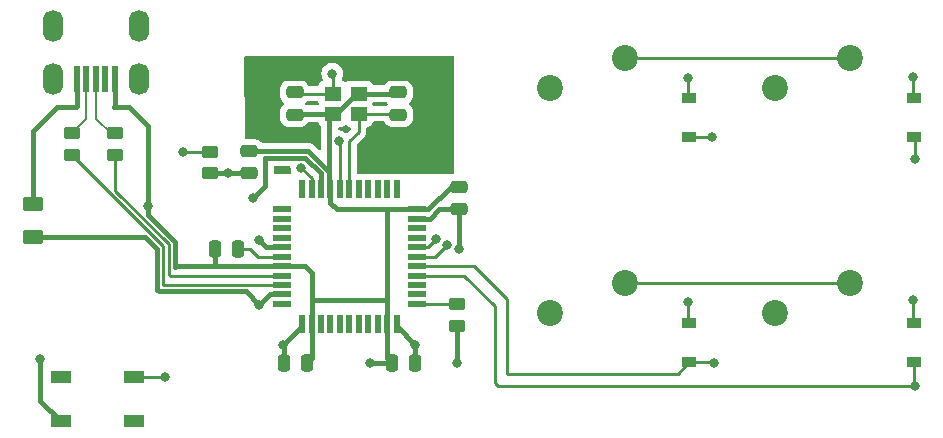
<source format=gbl>
G04 #@! TF.GenerationSoftware,KiCad,Pcbnew,(6.0.11)*
G04 #@! TF.CreationDate,2023-02-25T22:20:46-07:00*
G04 #@! TF.ProjectId,Stubborness,53747562-626f-4726-9e65-73732e6b6963,rev?*
G04 #@! TF.SameCoordinates,Original*
G04 #@! TF.FileFunction,Copper,L2,Bot*
G04 #@! TF.FilePolarity,Positive*
%FSLAX46Y46*%
G04 Gerber Fmt 4.6, Leading zero omitted, Abs format (unit mm)*
G04 Created by KiCad (PCBNEW (6.0.11)) date 2023-02-25 22:20:46*
%MOMM*%
%LPD*%
G01*
G04 APERTURE LIST*
G04 Aperture macros list*
%AMRoundRect*
0 Rectangle with rounded corners*
0 $1 Rounding radius*
0 $2 $3 $4 $5 $6 $7 $8 $9 X,Y pos of 4 corners*
0 Add a 4 corners polygon primitive as box body*
4,1,4,$2,$3,$4,$5,$6,$7,$8,$9,$2,$3,0*
0 Add four circle primitives for the rounded corners*
1,1,$1+$1,$2,$3*
1,1,$1+$1,$4,$5*
1,1,$1+$1,$6,$7*
1,1,$1+$1,$8,$9*
0 Add four rect primitives between the rounded corners*
20,1,$1+$1,$2,$3,$4,$5,0*
20,1,$1+$1,$4,$5,$6,$7,0*
20,1,$1+$1,$6,$7,$8,$9,0*
20,1,$1+$1,$8,$9,$2,$3,0*%
G04 Aperture macros list end*
G04 #@! TA.AperFunction,ComponentPad*
%ADD10C,2.200000*%
G04 #@! TD*
G04 #@! TA.AperFunction,SMDPad,CuDef*
%ADD11R,1.800000X1.100000*%
G04 #@! TD*
G04 #@! TA.AperFunction,SMDPad,CuDef*
%ADD12RoundRect,0.250000X-0.450000X0.262500X-0.450000X-0.262500X0.450000X-0.262500X0.450000X0.262500X0*%
G04 #@! TD*
G04 #@! TA.AperFunction,SMDPad,CuDef*
%ADD13RoundRect,0.250000X-0.475000X0.250000X-0.475000X-0.250000X0.475000X-0.250000X0.475000X0.250000X0*%
G04 #@! TD*
G04 #@! TA.AperFunction,SMDPad,CuDef*
%ADD14RoundRect,0.250000X0.475000X-0.250000X0.475000X0.250000X-0.475000X0.250000X-0.475000X-0.250000X0*%
G04 #@! TD*
G04 #@! TA.AperFunction,SMDPad,CuDef*
%ADD15R,0.500000X2.250000*%
G04 #@! TD*
G04 #@! TA.AperFunction,ComponentPad*
%ADD16O,1.700000X2.700000*%
G04 #@! TD*
G04 #@! TA.AperFunction,SMDPad,CuDef*
%ADD17RoundRect,0.250000X0.250000X0.475000X-0.250000X0.475000X-0.250000X-0.475000X0.250000X-0.475000X0*%
G04 #@! TD*
G04 #@! TA.AperFunction,SMDPad,CuDef*
%ADD18R,1.500000X0.550000*%
G04 #@! TD*
G04 #@! TA.AperFunction,SMDPad,CuDef*
%ADD19R,0.550000X1.500000*%
G04 #@! TD*
G04 #@! TA.AperFunction,SMDPad,CuDef*
%ADD20R,1.200000X0.900000*%
G04 #@! TD*
G04 #@! TA.AperFunction,SMDPad,CuDef*
%ADD21RoundRect,0.250000X-0.250000X-0.475000X0.250000X-0.475000X0.250000X0.475000X-0.250000X0.475000X0*%
G04 #@! TD*
G04 #@! TA.AperFunction,SMDPad,CuDef*
%ADD22R,1.400000X1.200000*%
G04 #@! TD*
G04 #@! TA.AperFunction,SMDPad,CuDef*
%ADD23RoundRect,0.250000X0.450000X-0.262500X0.450000X0.262500X-0.450000X0.262500X-0.450000X-0.262500X0*%
G04 #@! TD*
G04 #@! TA.AperFunction,SMDPad,CuDef*
%ADD24RoundRect,0.250000X-0.625000X0.375000X-0.625000X-0.375000X0.625000X-0.375000X0.625000X0.375000X0*%
G04 #@! TD*
G04 #@! TA.AperFunction,ViaPad*
%ADD25C,0.800000*%
G04 #@! TD*
G04 #@! TA.AperFunction,Conductor*
%ADD26C,0.381000*%
G04 #@! TD*
G04 #@! TA.AperFunction,Conductor*
%ADD27C,0.254000*%
G04 #@! TD*
G04 #@! TA.AperFunction,Conductor*
%ADD28C,0.200000*%
G04 #@! TD*
G04 APERTURE END LIST*
D10*
G04 #@! TO.P,MX4,1,COL*
G04 #@! TO.N,COL1*
X100965000Y-148907500D03*
G04 #@! TO.P,MX4,2,ROW*
G04 #@! TO.N,Net-(D4-Pad2)*
X94615000Y-151447500D03*
G04 #@! TD*
G04 #@! TO.P,MX3,1,COL*
G04 #@! TO.N,COL1*
X81915000Y-148907500D03*
G04 #@! TO.P,MX3,2,ROW*
G04 #@! TO.N,Net-(D3-Pad2)*
X75565000Y-151447500D03*
G04 #@! TD*
G04 #@! TO.P,MX1,1,COL*
G04 #@! TO.N,COL0*
X81915000Y-129857500D03*
G04 #@! TO.P,MX1,2,ROW*
G04 #@! TO.N,Net-(D1-Pad2)*
X75565000Y-132397500D03*
G04 #@! TD*
G04 #@! TO.P,MX2,1,COL*
G04 #@! TO.N,COL0*
X100965000Y-129857500D03*
G04 #@! TO.P,MX2,2,ROW*
G04 #@! TO.N,Net-(D2-Pad2)*
X94615000Y-132397500D03*
G04 #@! TD*
D11*
G04 #@! TO.P,SW1,1,1*
G04 #@! TO.N,GND*
X34111000Y-160600000D03*
G04 #@! TO.P,SW1,2,2*
G04 #@! TO.N,Net-(R3-Pad2)*
X40311000Y-156900000D03*
G04 #@! TO.P,SW1,3*
G04 #@! TO.N,N/C*
X34111000Y-156900000D03*
G04 #@! TO.P,SW1,4*
X40311000Y-160600000D03*
G04 #@! TD*
D12*
G04 #@! TO.P,R1,1*
G04 #@! TO.N,D-*
X35052000Y-136247500D03*
G04 #@! TO.P,R1,2*
G04 #@! TO.N,Net-(R1-Pad2)*
X35052000Y-138072500D03*
G04 #@! TD*
D13*
G04 #@! TO.P,C3,1*
G04 #@! TO.N,GND*
X62682500Y-132781000D03*
G04 #@! TO.P,C3,2*
G04 #@! TO.N,Net-(C3-Pad2)*
X62682500Y-134681000D03*
G04 #@! TD*
D14*
G04 #@! TO.P,C4,1*
G04 #@! TO.N,GND*
X53919500Y-134681000D03*
G04 #@! TO.P,C4,2*
G04 #@! TO.N,Net-(C4-Pad2)*
X53919500Y-132781000D03*
G04 #@! TD*
D15*
G04 #@! TO.P,USB1,1,GND*
G04 #@! TO.N,GND*
X38684000Y-131627000D03*
G04 #@! TO.P,USB1,2,ID*
G04 #@! TO.N,unconnected-(USB1-Pad2)*
X37884000Y-131627000D03*
G04 #@! TO.P,USB1,3,D+*
G04 #@! TO.N,D+*
X37084000Y-131627000D03*
G04 #@! TO.P,USB1,4,D-*
G04 #@! TO.N,D-*
X36284000Y-131627000D03*
G04 #@! TO.P,USB1,5,VBUS*
G04 #@! TO.N,VCC*
X35484000Y-131627000D03*
D16*
G04 #@! TO.P,USB1,6,SHIELD*
G04 #@! TO.N,unconnected-(USB1-Pad6)*
X40734000Y-131627000D03*
X33434000Y-127127000D03*
X40734000Y-127127000D03*
X33434000Y-131627000D03*
G04 #@! TD*
D17*
G04 #@! TO.P,C6,1*
G04 #@! TO.N,Net-(C6-Pad1)*
X49083000Y-146050000D03*
G04 #@! TO.P,C6,2*
G04 #@! TO.N,GND*
X47183000Y-146050000D03*
G04 #@! TD*
D12*
G04 #@! TO.P,R2,1*
G04 #@! TO.N,D+*
X38735000Y-136247500D03*
G04 #@! TO.P,R2,2*
G04 #@! TO.N,Net-(R2-Pad2)*
X38735000Y-138072500D03*
G04 #@! TD*
D18*
G04 #@! TO.P,U1,1,PE6*
G04 #@! TO.N,unconnected-(U1-Pad1)*
X52847000Y-150685000D03*
G04 #@! TO.P,U1,2,UVCC*
G04 #@! TO.N,+5V*
X52847000Y-149885000D03*
G04 #@! TO.P,U1,3,D-*
G04 #@! TO.N,Net-(R1-Pad2)*
X52847000Y-149085000D03*
G04 #@! TO.P,U1,4,D+*
G04 #@! TO.N,Net-(R2-Pad2)*
X52847000Y-148285000D03*
G04 #@! TO.P,U1,5,UGND*
G04 #@! TO.N,GND*
X52847000Y-147485000D03*
G04 #@! TO.P,U1,6,UCAP*
G04 #@! TO.N,Net-(C6-Pad1)*
X52847000Y-146685000D03*
G04 #@! TO.P,U1,7,VBUS*
G04 #@! TO.N,+5V*
X52847000Y-145885000D03*
G04 #@! TO.P,U1,8,PB0*
G04 #@! TO.N,unconnected-(U1-Pad8)*
X52847000Y-145085000D03*
G04 #@! TO.P,U1,9,PB1*
G04 #@! TO.N,unconnected-(U1-Pad9)*
X52847000Y-144285000D03*
G04 #@! TO.P,U1,10,PB2*
G04 #@! TO.N,unconnected-(U1-Pad10)*
X52847000Y-143485000D03*
G04 #@! TO.P,U1,11,PB3*
G04 #@! TO.N,unconnected-(U1-Pad11)*
X52847000Y-142685000D03*
D19*
G04 #@! TO.P,U1,12,PB7*
G04 #@! TO.N,unconnected-(U1-Pad12)*
X54547000Y-140985000D03*
G04 #@! TO.P,U1,13,~{RESET}*
G04 #@! TO.N,Net-(R3-Pad2)*
X55347000Y-140985000D03*
G04 #@! TO.P,U1,14,VCC*
G04 #@! TO.N,+5V*
X56147000Y-140985000D03*
G04 #@! TO.P,U1,15,GND*
G04 #@! TO.N,GND*
X56947000Y-140985000D03*
G04 #@! TO.P,U1,16,XTAL2*
G04 #@! TO.N,Net-(C4-Pad2)*
X57747000Y-140985000D03*
G04 #@! TO.P,U1,17,XTAL1*
G04 #@! TO.N,Net-(C3-Pad2)*
X58547000Y-140985000D03*
G04 #@! TO.P,U1,18,PD0*
G04 #@! TO.N,unconnected-(U1-Pad18)*
X59347000Y-140985000D03*
G04 #@! TO.P,U1,19,PD1*
G04 #@! TO.N,unconnected-(U1-Pad19)*
X60147000Y-140985000D03*
G04 #@! TO.P,U1,20,PD2*
G04 #@! TO.N,unconnected-(U1-Pad20)*
X60947000Y-140985000D03*
G04 #@! TO.P,U1,21,PD3*
G04 #@! TO.N,unconnected-(U1-Pad21)*
X61747000Y-140985000D03*
G04 #@! TO.P,U1,22,PD5*
G04 #@! TO.N,unconnected-(U1-Pad22)*
X62547000Y-140985000D03*
D18*
G04 #@! TO.P,U1,23,GND*
G04 #@! TO.N,GND*
X64247000Y-142685000D03*
G04 #@! TO.P,U1,24,AVCC*
G04 #@! TO.N,+5V*
X64247000Y-143485000D03*
G04 #@! TO.P,U1,25,PD4*
G04 #@! TO.N,unconnected-(U1-Pad25)*
X64247000Y-144285000D03*
G04 #@! TO.P,U1,26,PD6*
G04 #@! TO.N,unconnected-(U1-Pad26)*
X64247000Y-145085000D03*
G04 #@! TO.P,U1,27,PD7*
G04 #@! TO.N,COL0*
X64247000Y-145885000D03*
G04 #@! TO.P,U1,28,PB4*
G04 #@! TO.N,COL1*
X64247000Y-146685000D03*
G04 #@! TO.P,U1,29,PB5*
G04 #@! TO.N,ROW0*
X64247000Y-147485000D03*
G04 #@! TO.P,U1,30,PB6*
G04 #@! TO.N,ROW1*
X64247000Y-148285000D03*
G04 #@! TO.P,U1,31,PC6*
G04 #@! TO.N,unconnected-(U1-Pad31)*
X64247000Y-149085000D03*
G04 #@! TO.P,U1,32,PC7*
G04 #@! TO.N,unconnected-(U1-Pad32)*
X64247000Y-149885000D03*
G04 #@! TO.P,U1,33,~{HWB}/PE2*
G04 #@! TO.N,Net-(R4-Pad1)*
X64247000Y-150685000D03*
D19*
G04 #@! TO.P,U1,34,VCC*
G04 #@! TO.N,+5V*
X62547000Y-152385000D03*
G04 #@! TO.P,U1,35,GND*
G04 #@! TO.N,GND*
X61747000Y-152385000D03*
G04 #@! TO.P,U1,36,PF7*
G04 #@! TO.N,unconnected-(U1-Pad36)*
X60947000Y-152385000D03*
G04 #@! TO.P,U1,37,PF6*
G04 #@! TO.N,unconnected-(U1-Pad37)*
X60147000Y-152385000D03*
G04 #@! TO.P,U1,38,PF5*
G04 #@! TO.N,unconnected-(U1-Pad38)*
X59347000Y-152385000D03*
G04 #@! TO.P,U1,39,PF4*
G04 #@! TO.N,unconnected-(U1-Pad39)*
X58547000Y-152385000D03*
G04 #@! TO.P,U1,40,PF1*
G04 #@! TO.N,unconnected-(U1-Pad40)*
X57747000Y-152385000D03*
G04 #@! TO.P,U1,41,PF0*
G04 #@! TO.N,unconnected-(U1-Pad41)*
X56947000Y-152385000D03*
G04 #@! TO.P,U1,42,AREF*
G04 #@! TO.N,unconnected-(U1-Pad42)*
X56147000Y-152385000D03*
G04 #@! TO.P,U1,43,GND*
G04 #@! TO.N,GND*
X55347000Y-152385000D03*
G04 #@! TO.P,U1,44,AVCC*
G04 #@! TO.N,+5V*
X54547000Y-152385000D03*
G04 #@! TD*
D14*
G04 #@! TO.P,C1,1*
G04 #@! TO.N,+5V*
X50038000Y-139634000D03*
G04 #@! TO.P,C1,2*
G04 #@! TO.N,GND*
X50038000Y-137734000D03*
G04 #@! TD*
D20*
G04 #@! TO.P,D3,1,K*
G04 #@! TO.N,ROW0*
X87312500Y-155637500D03*
G04 #@! TO.P,D3,2,A*
G04 #@! TO.N,Net-(D3-Pad2)*
X87312500Y-152337500D03*
G04 #@! TD*
G04 #@! TO.P,D2,1,K*
G04 #@! TO.N,ROW1*
X106362500Y-136587500D03*
G04 #@! TO.P,D2,2,A*
G04 #@! TO.N,Net-(D2-Pad2)*
X106362500Y-133287500D03*
G04 #@! TD*
D21*
G04 #@! TO.P,C7,1*
G04 #@! TO.N,+5V*
X53025000Y-155702000D03*
G04 #@! TO.P,C7,2*
G04 #@! TO.N,GND*
X54925000Y-155702000D03*
G04 #@! TD*
D12*
G04 #@! TO.P,R4,1*
G04 #@! TO.N,Net-(R4-Pad1)*
X67691000Y-150725500D03*
G04 #@! TO.P,R4,2*
G04 #@! TO.N,GND*
X67691000Y-152550500D03*
G04 #@! TD*
D22*
G04 #@! TO.P,Y1,1,1*
G04 #@! TO.N,Net-(C3-Pad2)*
X59337500Y-134581000D03*
G04 #@! TO.P,Y1,2,2*
G04 #@! TO.N,GND*
X57137500Y-134581000D03*
G04 #@! TO.P,Y1,3,3*
G04 #@! TO.N,Net-(C4-Pad2)*
X57137500Y-132881000D03*
G04 #@! TO.P,Y1,4,4*
G04 #@! TO.N,GND*
X59337500Y-132881000D03*
G04 #@! TD*
D23*
G04 #@! TO.P,R3,1*
G04 #@! TO.N,+5V*
X46736000Y-139620000D03*
G04 #@! TO.P,R3,2*
G04 #@! TO.N,Net-(R3-Pad2)*
X46736000Y-137795000D03*
G04 #@! TD*
D17*
G04 #@! TO.P,C5,1*
G04 #@! TO.N,+5V*
X64069000Y-155702000D03*
G04 #@! TO.P,C5,2*
G04 #@! TO.N,GND*
X62169000Y-155702000D03*
G04 #@! TD*
D20*
G04 #@! TO.P,D4,1,K*
G04 #@! TO.N,ROW1*
X106362500Y-155637500D03*
G04 #@! TO.P,D4,2,A*
G04 #@! TO.N,Net-(D4-Pad2)*
X106362500Y-152337500D03*
G04 #@! TD*
D14*
G04 #@! TO.P,C2,1*
G04 #@! TO.N,+5V*
X67818000Y-142682000D03*
G04 #@! TO.P,C2,2*
G04 #@! TO.N,GND*
X67818000Y-140782000D03*
G04 #@! TD*
D20*
G04 #@! TO.P,D1,1,K*
G04 #@! TO.N,ROW0*
X87312500Y-136587500D03*
G04 #@! TO.P,D1,2,A*
G04 #@! TO.N,Net-(D1-Pad2)*
X87312500Y-133287500D03*
G04 #@! TD*
D24*
G04 #@! TO.P,F1,1*
G04 #@! TO.N,VCC*
X31750000Y-142237000D03*
G04 #@! TO.P,F1,2*
G04 #@! TO.N,+5V*
X31750000Y-145037000D03*
G04 #@! TD*
D25*
G04 #@! TO.N,+5V*
X50927000Y-145288000D03*
X50419000Y-141732000D03*
X48307000Y-139620000D03*
X50927000Y-150749000D03*
X52959000Y-154178000D03*
X67818000Y-146050000D03*
X64135000Y-154178000D03*
G04 #@! TO.N,GND*
X60325000Y-155702000D03*
X67691000Y-155702000D03*
X32385000Y-155321000D03*
X41529000Y-142367000D03*
G04 #@! TO.N,Net-(C4-Pad2)*
X57658000Y-136906000D03*
X57094500Y-131191000D03*
G04 #@! TO.N,ROW0*
X89408000Y-155702000D03*
X89281000Y-136525000D03*
G04 #@! TO.N,Net-(D1-Pad2)*
X87249000Y-131572000D03*
G04 #@! TO.N,ROW1*
X106426000Y-157607000D03*
X106426000Y-138430000D03*
G04 #@! TO.N,Net-(D2-Pad2)*
X106299000Y-131445000D03*
G04 #@! TO.N,Net-(D3-Pad2)*
X87249000Y-150495000D03*
G04 #@! TO.N,Net-(D4-Pad2)*
X106299000Y-150368000D03*
G04 #@! TO.N,COL0*
X65913000Y-145161000D03*
G04 #@! TO.N,COL1*
X66802000Y-145669000D03*
G04 #@! TO.N,Net-(R3-Pad2)*
X44450000Y-137795000D03*
X42926000Y-156845000D03*
X54483000Y-139192000D03*
G04 #@! TD*
D26*
G04 #@! TO.N,+5V*
X64135000Y-154178000D02*
X64135000Y-155636000D01*
X51435000Y-140716000D02*
X50419000Y-141732000D01*
X51435000Y-138315000D02*
X51435000Y-140716000D01*
X64247000Y-143485000D02*
X65378000Y-143485000D01*
X51524000Y-145885000D02*
X50927000Y-145288000D01*
X42281500Y-149469500D02*
X42427500Y-149615500D01*
X50024000Y-139620000D02*
X50038000Y-139634000D01*
X62547000Y-152590000D02*
X64135000Y-154178000D01*
X51791000Y-149885000D02*
X50927000Y-150749000D01*
X52847000Y-149885000D02*
X51791000Y-149885000D01*
X49784000Y-149606000D02*
X50927000Y-150749000D01*
X66181000Y-142682000D02*
X67818000Y-142682000D01*
X31750000Y-145037000D02*
X41278000Y-145037000D01*
X42427500Y-149615500D02*
X49520500Y-149615500D01*
X53025000Y-154244000D02*
X52959000Y-154178000D01*
X56134000Y-140970000D02*
X56134000Y-139632658D01*
X54547000Y-152590000D02*
X52959000Y-154178000D01*
X42281500Y-146040500D02*
X42281500Y-149469500D01*
X56147000Y-140983000D02*
X56134000Y-140970000D01*
X67818000Y-146050000D02*
X67818000Y-142682000D01*
X41278000Y-145037000D02*
X42281500Y-146040500D01*
X56134000Y-139632658D02*
X54816342Y-138315000D01*
X52847000Y-145885000D02*
X51524000Y-145885000D01*
X62547000Y-152385000D02*
X62547000Y-152590000D01*
X53025000Y-155702000D02*
X53025000Y-154244000D01*
X54547000Y-152385000D02*
X54547000Y-152590000D01*
X56147000Y-140985000D02*
X56147000Y-140983000D01*
X49530000Y-149606000D02*
X49784000Y-149606000D01*
X49520500Y-149615500D02*
X49530000Y-149606000D01*
X46736000Y-139620000D02*
X50024000Y-139620000D01*
X64135000Y-155636000D02*
X64069000Y-155702000D01*
X65378000Y-143485000D02*
X66181000Y-142682000D01*
X54816342Y-138315000D02*
X51435000Y-138315000D01*
G04 #@! TO.N,GND*
X61747000Y-150343000D02*
X61747000Y-142723000D01*
X61785000Y-142685000D02*
X64247000Y-142685000D01*
X61747000Y-152385000D02*
X61747000Y-150343000D01*
X43904000Y-147485000D02*
X47333000Y-147485000D01*
X32385000Y-158874000D02*
X32385000Y-158750000D01*
X41529000Y-142367000D02*
X41529000Y-143152091D01*
X67691000Y-152550500D02*
X67691000Y-155702000D01*
X57516000Y-142685000D02*
X61785000Y-142685000D01*
X55347000Y-148057000D02*
X54775000Y-147485000D01*
X59087500Y-132881000D02*
X57387500Y-134581000D01*
X61747000Y-142723000D02*
X61785000Y-142685000D01*
X54775000Y-147485000D02*
X52847000Y-147485000D01*
X34111000Y-160600000D02*
X32385000Y-158874000D01*
X38608000Y-133985000D02*
X39878000Y-133985000D01*
X54925000Y-155702000D02*
X55347000Y-155280000D01*
X47183000Y-147335000D02*
X47333000Y-147485000D01*
X43815000Y-147574000D02*
X43904000Y-147485000D01*
X55057000Y-137734000D02*
X56867500Y-139544500D01*
X57137500Y-134581000D02*
X56867500Y-134851000D01*
X56867500Y-139544500D02*
X56867500Y-140905500D01*
X47333000Y-147485000D02*
X52847000Y-147485000D01*
X56947000Y-140985000D02*
X56947000Y-142116000D01*
X55347000Y-150343000D02*
X61747000Y-150343000D01*
X41529000Y-143152091D02*
X43815000Y-145438091D01*
X38684000Y-131627000D02*
X38684000Y-133909000D01*
X38684000Y-133909000D02*
X38608000Y-133985000D01*
X50038000Y-137734000D02*
X55057000Y-137734000D01*
X39878000Y-133985000D02*
X41529000Y-135636000D01*
X32385000Y-158750000D02*
X32385000Y-155321000D01*
X47183000Y-146050000D02*
X47183000Y-147335000D01*
X55347000Y-152385000D02*
X55347000Y-150343000D01*
X59337500Y-132881000D02*
X62582500Y-132881000D01*
X55347000Y-155280000D02*
X55347000Y-152385000D01*
X61747000Y-152385000D02*
X61747000Y-155280000D01*
X59337500Y-132881000D02*
X59087500Y-132881000D01*
X55347000Y-150343000D02*
X55347000Y-148057000D01*
X61747000Y-155280000D02*
X62169000Y-155702000D01*
X67117000Y-140782000D02*
X65214000Y-142685000D01*
X41529000Y-135636000D02*
X41529000Y-142367000D01*
X57137500Y-134581000D02*
X54019500Y-134581000D01*
X56947000Y-142116000D02*
X57516000Y-142685000D01*
X60325000Y-155702000D02*
X62169000Y-155702000D01*
X67818000Y-140782000D02*
X67117000Y-140782000D01*
X43815000Y-145438091D02*
X43815000Y-147574000D01*
X56867500Y-140905500D02*
X56947000Y-140985000D01*
X57387500Y-134581000D02*
X57137500Y-134581000D01*
X62582500Y-132881000D02*
X62682500Y-132781000D01*
X56867500Y-134851000D02*
X56867500Y-139544500D01*
X54019500Y-134581000D02*
X53919500Y-134681000D01*
X65214000Y-142685000D02*
X64247000Y-142685000D01*
D27*
G04 #@! TO.N,Net-(C3-Pad2)*
X58547000Y-136906000D02*
X59337500Y-136115500D01*
X58547000Y-140985000D02*
X58547000Y-136906000D01*
X59337500Y-136115500D02*
X59337500Y-134581000D01*
X62682500Y-134681000D02*
X62582500Y-134581000D01*
X62582500Y-134581000D02*
X59337500Y-134581000D01*
G04 #@! TO.N,Net-(C4-Pad2)*
X57137500Y-131234000D02*
X57094500Y-131191000D01*
X54019500Y-132881000D02*
X57137500Y-132881000D01*
X57747000Y-140985000D02*
X57747000Y-136995000D01*
X57747000Y-136995000D02*
X57658000Y-136906000D01*
X57137500Y-132881000D02*
X57137500Y-131234000D01*
X53919500Y-132781000D02*
X54019500Y-132881000D01*
G04 #@! TO.N,Net-(C6-Pad1)*
X50800000Y-146685000D02*
X52847000Y-146685000D01*
X50165000Y-146050000D02*
X50800000Y-146685000D01*
X49083000Y-146050000D02*
X50165000Y-146050000D01*
G04 #@! TO.N,ROW0*
X86359000Y-156591000D02*
X87312500Y-155637500D01*
X89343500Y-155637500D02*
X89408000Y-155702000D01*
X87375000Y-136525000D02*
X87312500Y-136587500D01*
X71882000Y-156591000D02*
X86359000Y-156591000D01*
X64247000Y-147485000D02*
X69126000Y-147485000D01*
X89281000Y-136525000D02*
X87375000Y-136525000D01*
X71882000Y-150241000D02*
X71882000Y-156591000D01*
X87312500Y-155637500D02*
X89343500Y-155637500D01*
X69126000Y-147485000D02*
X71882000Y-150241000D01*
G04 #@! TO.N,Net-(D1-Pad2)*
X87249000Y-131572000D02*
X87249000Y-133224000D01*
X87249000Y-133224000D02*
X87312500Y-133287500D01*
G04 #@! TO.N,ROW1*
X68275000Y-148285000D02*
X70866000Y-150876000D01*
X64247000Y-148285000D02*
X68275000Y-148285000D01*
X70866000Y-150876000D02*
X70866000Y-157353000D01*
X71120000Y-157607000D02*
X106426000Y-157607000D01*
X106426000Y-138430000D02*
X106426000Y-136651000D01*
X106362500Y-157543500D02*
X106426000Y-157607000D01*
X70866000Y-157353000D02*
X71120000Y-157607000D01*
X106426000Y-136651000D02*
X106362500Y-136587500D01*
X106362500Y-155637500D02*
X106362500Y-157543500D01*
G04 #@! TO.N,Net-(D2-Pad2)*
X106299000Y-133224000D02*
X106362500Y-133287500D01*
X106299000Y-131445000D02*
X106299000Y-133224000D01*
G04 #@! TO.N,Net-(D3-Pad2)*
X87249000Y-152274000D02*
X87312500Y-152337500D01*
X87249000Y-150495000D02*
X87249000Y-152274000D01*
G04 #@! TO.N,Net-(D4-Pad2)*
X106299000Y-152274000D02*
X106362500Y-152337500D01*
X106299000Y-150368000D02*
X106299000Y-152274000D01*
D26*
G04 #@! TO.N,VCC*
X35484000Y-133934000D02*
X35433000Y-133985000D01*
X31750000Y-136017000D02*
X31750000Y-142237000D01*
X33782000Y-133985000D02*
X31750000Y-136017000D01*
X35484000Y-131627000D02*
X35484000Y-133934000D01*
X35433000Y-133985000D02*
X33782000Y-133985000D01*
D27*
G04 #@! TO.N,COL0*
X65189000Y-145885000D02*
X65913000Y-145161000D01*
X81915000Y-129857500D02*
X100965000Y-129857500D01*
X64247000Y-145885000D02*
X65189000Y-145885000D01*
G04 #@! TO.N,COL1*
X65786000Y-146685000D02*
X66802000Y-145669000D01*
X64247000Y-146685000D02*
X65786000Y-146685000D01*
X81915000Y-148907500D02*
X100965000Y-148907500D01*
D28*
G04 #@! TO.N,D-*
X36284000Y-135015500D02*
X35052000Y-136247500D01*
X36284000Y-131627000D02*
X36284000Y-135015500D01*
D27*
G04 #@! TO.N,Net-(R1-Pad2)*
X42812000Y-149085000D02*
X52847000Y-149085000D01*
X35075500Y-138072500D02*
X42799000Y-145796000D01*
X35052000Y-138072500D02*
X35075500Y-138072500D01*
X42799000Y-145796000D02*
X42799000Y-149098000D01*
X42799000Y-149098000D02*
X42812000Y-149085000D01*
D28*
G04 #@! TO.N,D+*
X38330500Y-136247500D02*
X38735000Y-136247500D01*
X37084000Y-135001000D02*
X38330500Y-136247500D01*
X37084000Y-131627000D02*
X37084000Y-135001000D01*
D27*
G04 #@! TO.N,Net-(R2-Pad2)*
X38735000Y-141089948D02*
X43253000Y-145607947D01*
X43253000Y-145607947D02*
X43253000Y-148155000D01*
X43383000Y-148285000D02*
X52847000Y-148285000D01*
X38735000Y-138072500D02*
X38735000Y-141089948D01*
X43253000Y-148155000D02*
X43383000Y-148285000D01*
G04 #@! TO.N,Net-(R3-Pad2)*
X55347000Y-140985000D02*
X55347000Y-140056000D01*
X55347000Y-140056000D02*
X54483000Y-139192000D01*
X46736000Y-137795000D02*
X44450000Y-137795000D01*
X42926000Y-156845000D02*
X42871000Y-156900000D01*
X42871000Y-156900000D02*
X40311000Y-156900000D01*
G04 #@! TO.N,Net-(R4-Pad1)*
X67650500Y-150685000D02*
X64247000Y-150685000D01*
X67691000Y-150725500D02*
X67650500Y-150685000D01*
G04 #@! TD*
G04 #@! TA.AperFunction,NonConductor*
G36*
X55888501Y-133536502D02*
G01*
X55934994Y-133590158D01*
X55938362Y-133598271D01*
X55971539Y-133686771D01*
X55976722Y-133757578D01*
X55971539Y-133775229D01*
X55962167Y-133800229D01*
X55919526Y-133856994D01*
X55852964Y-133881694D01*
X55844185Y-133882000D01*
X54970323Y-133882000D01*
X54902202Y-133861998D01*
X54881307Y-133845175D01*
X54872984Y-133836867D01*
X54872983Y-133836866D01*
X54867803Y-133831695D01*
X54863584Y-133829094D01*
X54823083Y-133771970D01*
X54819851Y-133701047D01*
X54855476Y-133639635D01*
X54863030Y-133633078D01*
X54868848Y-133629478D01*
X54874021Y-133624296D01*
X54874026Y-133624292D01*
X54944711Y-133553483D01*
X55006993Y-133519403D01*
X55033884Y-133516500D01*
X55820380Y-133516500D01*
X55888501Y-133536502D01*
G37*
G04 #@! TD.AperFunction*
G04 #@! TA.AperFunction,NonConductor*
G36*
X61699798Y-133600002D02*
G01*
X61720693Y-133616825D01*
X61734197Y-133630305D01*
X61738416Y-133632906D01*
X61778917Y-133690030D01*
X61782149Y-133760953D01*
X61746524Y-133822365D01*
X61738970Y-133828922D01*
X61733152Y-133832522D01*
X61727979Y-133837704D01*
X61727974Y-133837708D01*
X61657289Y-133908517D01*
X61595007Y-133942597D01*
X61568116Y-133945500D01*
X60654620Y-133945500D01*
X60586499Y-133925498D01*
X60540006Y-133871842D01*
X60536638Y-133863729D01*
X60503461Y-133775229D01*
X60498278Y-133704422D01*
X60503461Y-133686771D01*
X60512833Y-133661771D01*
X60555474Y-133605006D01*
X60622036Y-133580306D01*
X60630815Y-133580000D01*
X61631677Y-133580000D01*
X61699798Y-133600002D01*
G37*
G04 #@! TD.AperFunction*
G04 #@! TA.AperFunction,NonConductor*
G36*
X58297824Y-135563565D02*
G01*
X58313065Y-135573360D01*
X58383608Y-135626229D01*
X58390795Y-135631615D01*
X58527184Y-135682745D01*
X58557224Y-135686008D01*
X58576338Y-135688085D01*
X58641900Y-135715327D01*
X58682325Y-135773691D01*
X58684780Y-135844645D01*
X58651824Y-135902444D01*
X58378871Y-136175396D01*
X58316559Y-136209421D01*
X58245743Y-136204356D01*
X58215715Y-136188236D01*
X58120094Y-136118763D01*
X58120093Y-136118762D01*
X58114752Y-136114882D01*
X58108724Y-136112198D01*
X58108722Y-136112197D01*
X57946319Y-136039891D01*
X57946318Y-136039891D01*
X57940288Y-136037206D01*
X57846887Y-136017353D01*
X57759944Y-135998872D01*
X57759939Y-135998872D01*
X57753487Y-135997500D01*
X57692500Y-135997500D01*
X57624379Y-135977498D01*
X57577886Y-135923842D01*
X57566500Y-135871500D01*
X57566500Y-135815500D01*
X57586502Y-135747379D01*
X57640158Y-135700886D01*
X57692500Y-135689500D01*
X57885634Y-135689500D01*
X57947816Y-135682745D01*
X58084205Y-135631615D01*
X58091392Y-135626229D01*
X58161935Y-135573360D01*
X58228442Y-135548512D01*
X58297824Y-135563565D01*
G37*
G04 #@! TD.AperFunction*
G04 #@! TA.AperFunction,NonConductor*
G36*
X67379121Y-129687002D02*
G01*
X67425614Y-129740658D01*
X67437000Y-129793000D01*
X67437000Y-139574000D01*
X67416998Y-139642121D01*
X67363342Y-139688614D01*
X67311000Y-139700000D01*
X59308500Y-139700000D01*
X59240379Y-139679998D01*
X59193886Y-139626342D01*
X59182500Y-139574000D01*
X59182500Y-137221423D01*
X59202502Y-137153302D01*
X59219405Y-137132327D01*
X59461867Y-136889866D01*
X59730988Y-136620745D01*
X59739307Y-136613175D01*
X59745803Y-136609053D01*
X59792586Y-136559234D01*
X59795340Y-136556393D01*
X59815139Y-136536594D01*
X59817563Y-136533469D01*
X59817571Y-136533460D01*
X59817637Y-136533374D01*
X59825345Y-136524349D01*
X59850290Y-136497785D01*
X59855717Y-136492006D01*
X59865523Y-136474169D01*
X59876373Y-136457653D01*
X59888850Y-136441567D01*
X59906476Y-136400834D01*
X59911693Y-136390186D01*
X59929249Y-136358251D01*
X59933069Y-136351303D01*
X59935040Y-136343628D01*
X59935042Y-136343622D01*
X59938131Y-136331589D01*
X59944534Y-136312887D01*
X59952617Y-136294208D01*
X59959560Y-136250373D01*
X59961967Y-136238751D01*
X59964950Y-136227134D01*
X59973000Y-136195782D01*
X59973000Y-136175435D01*
X59974551Y-136155724D01*
X59976495Y-136143450D01*
X59977735Y-136135621D01*
X59973559Y-136091444D01*
X59973000Y-136079586D01*
X59973000Y-135814776D01*
X59993002Y-135746655D01*
X60046658Y-135700162D01*
X60085748Y-135690553D01*
X60085634Y-135689500D01*
X60147816Y-135682745D01*
X60284205Y-135631615D01*
X60400761Y-135544261D01*
X60488115Y-135427705D01*
X60494946Y-135409483D01*
X60536638Y-135298271D01*
X60579279Y-135241506D01*
X60645841Y-135216806D01*
X60654620Y-135216500D01*
X61421957Y-135216500D01*
X61490078Y-135236502D01*
X61529100Y-135276196D01*
X61609022Y-135405348D01*
X61734197Y-135530305D01*
X61740427Y-135534145D01*
X61740428Y-135534146D01*
X61877590Y-135618694D01*
X61884762Y-135623115D01*
X61910389Y-135631615D01*
X62046111Y-135676632D01*
X62046113Y-135676632D01*
X62052639Y-135678797D01*
X62059475Y-135679497D01*
X62059478Y-135679498D01*
X62102531Y-135683909D01*
X62157100Y-135689500D01*
X63207900Y-135689500D01*
X63211146Y-135689163D01*
X63211150Y-135689163D01*
X63306808Y-135679238D01*
X63306812Y-135679237D01*
X63313666Y-135678526D01*
X63320202Y-135676345D01*
X63320204Y-135676345D01*
X63470419Y-135626229D01*
X63481446Y-135622550D01*
X63631848Y-135529478D01*
X63756805Y-135404303D01*
X63796514Y-135339883D01*
X63845775Y-135259968D01*
X63845776Y-135259966D01*
X63849615Y-135253738D01*
X63905297Y-135085861D01*
X63916000Y-134981400D01*
X63916000Y-134380600D01*
X63905026Y-134274834D01*
X63849050Y-134107054D01*
X63755978Y-133956652D01*
X63741899Y-133942597D01*
X63656146Y-133856994D01*
X63630803Y-133831695D01*
X63626584Y-133829094D01*
X63586083Y-133771970D01*
X63582851Y-133701047D01*
X63618476Y-133639635D01*
X63626030Y-133633078D01*
X63631848Y-133629478D01*
X63756805Y-133504303D01*
X63849615Y-133353738D01*
X63905297Y-133185861D01*
X63916000Y-133081400D01*
X63916000Y-132480600D01*
X63905026Y-132374834D01*
X63849050Y-132207054D01*
X63755978Y-132056652D01*
X63630803Y-131931695D01*
X63624572Y-131927854D01*
X63486468Y-131842725D01*
X63486466Y-131842724D01*
X63480238Y-131838885D01*
X63400495Y-131812436D01*
X63318889Y-131785368D01*
X63318887Y-131785368D01*
X63312361Y-131783203D01*
X63305525Y-131782503D01*
X63305522Y-131782502D01*
X63262469Y-131778091D01*
X63207900Y-131772500D01*
X62157100Y-131772500D01*
X62153854Y-131772837D01*
X62153850Y-131772837D01*
X62058192Y-131782762D01*
X62058188Y-131782763D01*
X62051334Y-131783474D01*
X62044798Y-131785655D01*
X62044796Y-131785655D01*
X61920179Y-131827231D01*
X61883554Y-131839450D01*
X61733152Y-131932522D01*
X61608195Y-132057697D01*
X61604356Y-132063925D01*
X61604352Y-132063930D01*
X61568485Y-132122117D01*
X61515713Y-132169610D01*
X61461226Y-132182000D01*
X60630815Y-132182000D01*
X60562694Y-132161998D01*
X60516201Y-132108342D01*
X60512833Y-132100230D01*
X60491267Y-132042703D01*
X60488115Y-132034295D01*
X60400761Y-131917739D01*
X60284205Y-131830385D01*
X60147816Y-131779255D01*
X60085634Y-131772500D01*
X58589366Y-131772500D01*
X58527184Y-131779255D01*
X58390795Y-131830385D01*
X58383610Y-131835770D01*
X58383608Y-131835771D01*
X58313065Y-131888640D01*
X58246558Y-131913488D01*
X58177176Y-131898435D01*
X58161935Y-131888640D01*
X58091392Y-131835771D01*
X58091390Y-131835770D01*
X58084205Y-131830385D01*
X58075796Y-131827233D01*
X58075795Y-131827232D01*
X57968762Y-131787107D01*
X57911997Y-131744466D01*
X57887297Y-131677904D01*
X57903871Y-131606127D01*
X57929027Y-131562556D01*
X57988042Y-131380928D01*
X58008004Y-131191000D01*
X57988042Y-131001072D01*
X57929027Y-130819444D01*
X57833540Y-130654056D01*
X57705753Y-130512134D01*
X57551252Y-130399882D01*
X57545224Y-130397198D01*
X57545222Y-130397197D01*
X57382819Y-130324891D01*
X57382818Y-130324891D01*
X57376788Y-130322206D01*
X57283387Y-130302353D01*
X57196444Y-130283872D01*
X57196439Y-130283872D01*
X57189987Y-130282500D01*
X56999013Y-130282500D01*
X56992561Y-130283872D01*
X56992556Y-130283872D01*
X56905613Y-130302353D01*
X56812212Y-130322206D01*
X56806182Y-130324891D01*
X56806181Y-130324891D01*
X56643778Y-130397197D01*
X56643776Y-130397198D01*
X56637748Y-130399882D01*
X56483247Y-130512134D01*
X56355460Y-130654056D01*
X56259973Y-130819444D01*
X56200958Y-131001072D01*
X56180996Y-131191000D01*
X56200958Y-131380928D01*
X56259973Y-131562556D01*
X56263276Y-131568278D01*
X56263277Y-131568279D01*
X56300430Y-131632629D01*
X56317168Y-131701624D01*
X56293948Y-131768716D01*
X56235539Y-131813611D01*
X56199207Y-131827231D01*
X56199204Y-131827233D01*
X56190795Y-131830385D01*
X56074239Y-131917739D01*
X55986885Y-132034295D01*
X55983733Y-132042703D01*
X55983732Y-132042705D01*
X55938362Y-132163729D01*
X55895721Y-132220494D01*
X55829159Y-132245194D01*
X55820380Y-132245500D01*
X55180043Y-132245500D01*
X55111922Y-132225498D01*
X55072899Y-132185803D01*
X55062879Y-132169610D01*
X54992978Y-132056652D01*
X54867803Y-131931695D01*
X54861572Y-131927854D01*
X54723468Y-131842725D01*
X54723466Y-131842724D01*
X54717238Y-131838885D01*
X54637495Y-131812436D01*
X54555889Y-131785368D01*
X54555887Y-131785368D01*
X54549361Y-131783203D01*
X54542525Y-131782503D01*
X54542522Y-131782502D01*
X54499469Y-131778091D01*
X54444900Y-131772500D01*
X53394100Y-131772500D01*
X53390854Y-131772837D01*
X53390850Y-131772837D01*
X53295192Y-131782762D01*
X53295188Y-131782763D01*
X53288334Y-131783474D01*
X53281798Y-131785655D01*
X53281796Y-131785655D01*
X53157179Y-131827231D01*
X53120554Y-131839450D01*
X52970152Y-131932522D01*
X52845195Y-132057697D01*
X52841355Y-132063927D01*
X52841354Y-132063928D01*
X52775549Y-132170684D01*
X52752385Y-132208262D01*
X52696703Y-132376139D01*
X52686000Y-132480600D01*
X52686000Y-133081400D01*
X52696974Y-133187166D01*
X52752950Y-133354946D01*
X52846022Y-133505348D01*
X52851204Y-133510521D01*
X52869849Y-133529134D01*
X52971197Y-133630305D01*
X52975416Y-133632906D01*
X53015917Y-133690030D01*
X53019149Y-133760953D01*
X52983524Y-133822365D01*
X52975970Y-133828922D01*
X52970152Y-133832522D01*
X52845195Y-133957697D01*
X52752385Y-134108262D01*
X52696703Y-134276139D01*
X52686000Y-134380600D01*
X52686000Y-134981400D01*
X52696974Y-135087166D01*
X52752950Y-135254946D01*
X52846022Y-135405348D01*
X52971197Y-135530305D01*
X52977427Y-135534145D01*
X52977428Y-135534146D01*
X53114590Y-135618694D01*
X53121762Y-135623115D01*
X53147389Y-135631615D01*
X53283111Y-135676632D01*
X53283113Y-135676632D01*
X53289639Y-135678797D01*
X53296475Y-135679497D01*
X53296478Y-135679498D01*
X53339531Y-135683909D01*
X53394100Y-135689500D01*
X54444900Y-135689500D01*
X54448146Y-135689163D01*
X54448150Y-135689163D01*
X54543808Y-135679238D01*
X54543812Y-135679237D01*
X54550666Y-135678526D01*
X54557202Y-135676345D01*
X54557204Y-135676345D01*
X54707419Y-135626229D01*
X54718446Y-135622550D01*
X54868848Y-135529478D01*
X54993805Y-135404303D01*
X54997646Y-135398072D01*
X54997648Y-135398070D01*
X55033515Y-135339883D01*
X55086287Y-135292390D01*
X55140774Y-135280000D01*
X55844185Y-135280000D01*
X55912306Y-135300002D01*
X55958799Y-135353658D01*
X55962167Y-135361770D01*
X55986885Y-135427705D01*
X56074239Y-135544261D01*
X56081419Y-135549642D01*
X56081420Y-135549643D01*
X56118065Y-135577107D01*
X56160580Y-135633967D01*
X56168500Y-135677933D01*
X56168500Y-137552775D01*
X56148498Y-137620896D01*
X56094842Y-137667389D01*
X56024568Y-137677493D01*
X55959988Y-137647999D01*
X55953405Y-137641870D01*
X55571497Y-137259962D01*
X55565643Y-137253696D01*
X55528158Y-137210726D01*
X55476622Y-137174506D01*
X55471326Y-137170573D01*
X55427737Y-137136394D01*
X55427734Y-137136392D01*
X55421760Y-137131708D01*
X55414836Y-137128582D01*
X55411801Y-137126744D01*
X55399102Y-137119500D01*
X55395954Y-137117812D01*
X55389739Y-137113444D01*
X55331050Y-137090562D01*
X55325005Y-137088022D01*
X55267565Y-137062087D01*
X55260092Y-137060702D01*
X55256674Y-137059631D01*
X55242685Y-137055646D01*
X55239193Y-137054749D01*
X55232111Y-137051988D01*
X55224578Y-137050996D01*
X55224577Y-137050996D01*
X55169670Y-137043767D01*
X55163157Y-137042735D01*
X55108682Y-137032639D01*
X55108680Y-137032639D01*
X55101213Y-137031255D01*
X55093633Y-137031692D01*
X55093632Y-137031692D01*
X55039888Y-137034791D01*
X55032635Y-137035000D01*
X51188997Y-137035000D01*
X51120876Y-137014998D01*
X51099979Y-136998173D01*
X50991483Y-136889866D01*
X50986303Y-136884695D01*
X50835738Y-136791885D01*
X50755995Y-136765436D01*
X50674389Y-136738368D01*
X50674387Y-136738368D01*
X50667861Y-136736203D01*
X50661025Y-136735503D01*
X50661022Y-136735502D01*
X50617969Y-136731091D01*
X50563400Y-136725500D01*
X49870763Y-136725500D01*
X49802642Y-136705498D01*
X49756149Y-136651842D01*
X49744773Y-136601095D01*
X49744208Y-136556393D01*
X49658615Y-129794595D01*
X49677753Y-129726226D01*
X49730816Y-129679058D01*
X49784605Y-129667000D01*
X67311000Y-129667000D01*
X67379121Y-129687002D01*
G37*
G04 #@! TD.AperFunction*
G04 #@! TA.AperFunction,NonConductor*
G36*
X53516388Y-139034002D02*
G01*
X53562881Y-139087658D01*
X53573577Y-139153170D01*
X53569496Y-139192000D01*
X53589458Y-139381928D01*
X53591498Y-139388206D01*
X53639215Y-139535064D01*
X53641243Y-139606031D01*
X53604580Y-139666829D01*
X53540868Y-139698155D01*
X53519382Y-139700000D01*
X52260000Y-139700000D01*
X52191879Y-139679998D01*
X52145386Y-139626342D01*
X52134000Y-139574000D01*
X52134000Y-139140000D01*
X52154002Y-139071879D01*
X52207658Y-139025386D01*
X52260000Y-139014000D01*
X53448267Y-139014000D01*
X53516388Y-139034002D01*
G37*
G04 #@! TD.AperFunction*
M02*

</source>
